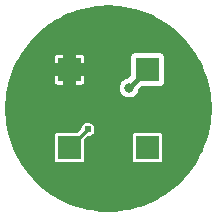
<source format=gtl>
G04 Layer: TopLayer*
G04 EasyEDA v6.5.9, 2022-08-01 17:07:35*
G04 23c15373a6e54b8c95a8ea8a02ee3ce4,9a5be75d700b4a6385dc1106f27949ae,10*
G04 Gerber Generator version 0.2*
G04 Scale: 100 percent, Rotated: No, Reflected: No *
G04 Dimensions in millimeters *
G04 leading zeros omitted , absolute positions ,4 integer and 5 decimal *
%FSLAX45Y45*%
%MOMM*%

%ADD10C,0.2200*%
%ADD11C,0.4000*%
%ADD12C,0.8000*%
%ADD13C,0.6200*%

%LPD*%
G36*
X2029256Y-823823D02*
G01*
X1988312Y-821893D01*
X1947519Y-818032D01*
X1906981Y-812292D01*
X1866696Y-804621D01*
X1826818Y-795121D01*
X1787499Y-783742D01*
X1748688Y-770483D01*
X1710537Y-755497D01*
X1673199Y-738682D01*
X1636623Y-720140D01*
X1600962Y-699922D01*
X1566316Y-678078D01*
X1532737Y-654608D01*
X1500276Y-629564D01*
X1469034Y-603046D01*
X1439062Y-575106D01*
X1410411Y-545795D01*
X1383182Y-515162D01*
X1357426Y-483260D01*
X1333195Y-450240D01*
X1310538Y-416051D01*
X1289507Y-380898D01*
X1270152Y-344779D01*
X1252524Y-307797D01*
X1236624Y-270002D01*
X1222502Y-231546D01*
X1210208Y-192430D01*
X1199794Y-152806D01*
X1191209Y-112725D01*
X1184503Y-72339D01*
X1179728Y-31597D01*
X1176883Y9245D01*
X1175918Y50292D01*
X1176883Y91033D01*
X1179728Y131876D01*
X1184554Y172567D01*
X1191260Y213004D01*
X1199845Y253085D01*
X1210310Y292709D01*
X1222603Y331825D01*
X1236726Y370281D01*
X1252626Y408025D01*
X1270304Y445008D01*
X1289659Y481126D01*
X1310690Y516280D01*
X1333398Y550418D01*
X1357630Y583488D01*
X1383385Y615340D01*
X1410614Y645972D01*
X1439265Y675284D01*
X1469237Y703224D01*
X1500530Y729742D01*
X1532991Y754735D01*
X1566570Y778205D01*
X1601266Y800049D01*
X1636877Y820267D01*
X1673453Y838758D01*
X1710842Y855573D01*
X1748993Y870559D01*
X1787753Y883767D01*
X1827174Y895146D01*
X1867001Y904646D01*
X1907286Y912266D01*
X1947875Y918057D01*
X1988667Y921867D01*
X2029612Y923798D01*
X2070557Y923798D01*
X2111502Y921867D01*
X2152294Y918006D01*
X2192883Y912266D01*
X2233168Y904595D01*
X2272995Y895096D01*
X2312365Y883716D01*
X2351176Y870508D01*
X2389276Y855471D01*
X2426665Y838657D01*
X2463241Y820166D01*
X2498902Y799947D01*
X2533548Y778052D01*
X2567127Y754583D01*
X2599588Y729589D01*
X2630830Y703072D01*
X2660853Y675132D01*
X2689453Y645820D01*
X2716682Y615188D01*
X2742438Y583336D01*
X2766669Y550265D01*
X2789377Y516128D01*
X2810408Y480974D01*
X2829763Y444855D01*
X2847390Y407873D01*
X2863291Y370078D01*
X2877413Y331622D01*
X2889707Y292506D01*
X2900172Y252882D01*
X2908757Y212801D01*
X2915412Y172415D01*
X2920238Y131673D01*
X2923082Y90830D01*
X2924048Y49834D01*
X2923082Y8788D01*
X2920238Y-32105D01*
X2915412Y-72796D01*
X2908706Y-113233D01*
X2900121Y-153263D01*
X2889656Y-192887D01*
X2877362Y-232003D01*
X2863189Y-270459D01*
X2847289Y-308254D01*
X2829610Y-345186D01*
X2810256Y-381304D01*
X2789174Y-416458D01*
X2766517Y-450596D01*
X2742285Y-483666D01*
X2716479Y-515518D01*
X2689250Y-546150D01*
X2660599Y-575411D01*
X2630627Y-603351D01*
X2599385Y-629869D01*
X2566873Y-654862D01*
X2533294Y-678332D01*
X2498598Y-700176D01*
X2462936Y-720394D01*
X2426411Y-738886D01*
X2389022Y-755650D01*
X2350871Y-770686D01*
X2312060Y-783844D01*
X2272690Y-795223D01*
X2232812Y-804722D01*
X2192578Y-812393D01*
X2151989Y-818083D01*
X2111197Y-821944D01*
X2070252Y-823823D01*
G37*

%LPC*%
G36*
X2280564Y-405993D02*
G01*
X2479395Y-405993D01*
X2485745Y-405282D01*
X2491181Y-403352D01*
X2496108Y-400304D01*
X2500172Y-396189D01*
X2503271Y-391312D01*
X2505202Y-385826D01*
X2505913Y-379526D01*
X2505913Y-180644D01*
X2505202Y-174345D01*
X2503271Y-168859D01*
X2500172Y-163982D01*
X2496108Y-159867D01*
X2491181Y-156819D01*
X2485745Y-154889D01*
X2479395Y-154178D01*
X2280564Y-154178D01*
X2274214Y-154889D01*
X2268778Y-156819D01*
X2263902Y-159867D01*
X2259787Y-163982D01*
X2256688Y-168859D01*
X2254808Y-174345D01*
X2254097Y-180644D01*
X2254097Y-379526D01*
X2254808Y-385826D01*
X2256688Y-391312D01*
X2259787Y-396189D01*
X2263902Y-400304D01*
X2268778Y-403352D01*
X2274214Y-405282D01*
G37*
G36*
X1620570Y-405993D02*
G01*
X1819402Y-405993D01*
X1825752Y-405282D01*
X1831187Y-403352D01*
X1836115Y-400304D01*
X1840179Y-396189D01*
X1843278Y-391312D01*
X1845208Y-385826D01*
X1845919Y-379526D01*
X1845919Y-210515D01*
X1846681Y-206603D01*
X1848866Y-203301D01*
X1867509Y-184708D01*
X1871014Y-182422D01*
X1875129Y-181711D01*
X1877415Y-181813D01*
X1886966Y-180594D01*
X1896211Y-177749D01*
X1904796Y-173431D01*
X1912569Y-167690D01*
X1919224Y-160731D01*
X1924659Y-152755D01*
X1928622Y-143967D01*
X1931060Y-134620D01*
X1931873Y-125018D01*
X1931060Y-115366D01*
X1928622Y-106070D01*
X1924659Y-97282D01*
X1919224Y-89255D01*
X1912569Y-82296D01*
X1904796Y-76555D01*
X1896211Y-72237D01*
X1886966Y-69392D01*
X1877415Y-68173D01*
X1867763Y-68580D01*
X1858365Y-70612D01*
X1849374Y-74218D01*
X1841195Y-79298D01*
X1833930Y-85648D01*
X1827885Y-93167D01*
X1823161Y-101549D01*
X1819960Y-110693D01*
X1818335Y-120192D01*
X1818335Y-125272D01*
X1817573Y-129133D01*
X1815338Y-132435D01*
X1796592Y-151180D01*
X1793290Y-153416D01*
X1789430Y-154178D01*
X1620570Y-154178D01*
X1614220Y-154889D01*
X1608785Y-156819D01*
X1603857Y-159867D01*
X1599793Y-163982D01*
X1596694Y-168859D01*
X1594815Y-174345D01*
X1594104Y-180644D01*
X1594104Y-379526D01*
X1594815Y-385826D01*
X1596694Y-391312D01*
X1599793Y-396189D01*
X1603857Y-400304D01*
X1608785Y-403352D01*
X1614220Y-405282D01*
G37*
G36*
X2218994Y144729D02*
G01*
X2231034Y144729D01*
X2242921Y146558D01*
X2254402Y150063D01*
X2265222Y155295D01*
X2275179Y162102D01*
X2283968Y170281D01*
X2291486Y179679D01*
X2297531Y190093D01*
X2301900Y201269D01*
X2304592Y213004D01*
X2304796Y215747D01*
X2305659Y219202D01*
X2307742Y222148D01*
X2322017Y236423D01*
X2325319Y238658D01*
X2329180Y239420D01*
X2479497Y239420D01*
X2487879Y240233D01*
X2495448Y242519D01*
X2502458Y246278D01*
X2508605Y251307D01*
X2513634Y257454D01*
X2517394Y264414D01*
X2519680Y272034D01*
X2520492Y280416D01*
X2520492Y479399D01*
X2519680Y487832D01*
X2517394Y495401D01*
X2513634Y502412D01*
X2508605Y508508D01*
X2502458Y513537D01*
X2495448Y517296D01*
X2487879Y519582D01*
X2479497Y520446D01*
X2280513Y520446D01*
X2272080Y519582D01*
X2264511Y517296D01*
X2257501Y513537D01*
X2251405Y508508D01*
X2246325Y502412D01*
X2242616Y495401D01*
X2240330Y487832D01*
X2239467Y479399D01*
X2239467Y329285D01*
X2238705Y325374D01*
X2236520Y322072D01*
X2222144Y307746D01*
X2219553Y305866D01*
X2216505Y304901D01*
X2207107Y303479D01*
X2195576Y299923D01*
X2184755Y294690D01*
X2174798Y287934D01*
X2166010Y279755D01*
X2158492Y270357D01*
X2152497Y259943D01*
X2148078Y248716D01*
X2145436Y236982D01*
X2144522Y224993D01*
X2145436Y213004D01*
X2148078Y201269D01*
X2152497Y190093D01*
X2158492Y179679D01*
X2166010Y170281D01*
X2174798Y162102D01*
X2184755Y155295D01*
X2195576Y150063D01*
X2207107Y146558D01*
G37*
G36*
X1776323Y254000D02*
G01*
X1819402Y254000D01*
X1825752Y254711D01*
X1831187Y256641D01*
X1836115Y259740D01*
X1840179Y263804D01*
X1843278Y268732D01*
X1845208Y274167D01*
X1845919Y280466D01*
X1845919Y323545D01*
X1776323Y323545D01*
G37*
G36*
X1620570Y254000D02*
G01*
X1663649Y254000D01*
X1663649Y323545D01*
X1594104Y323545D01*
X1594104Y280466D01*
X1594815Y274167D01*
X1596694Y268732D01*
X1599793Y263804D01*
X1603857Y259740D01*
X1608785Y256641D01*
X1614220Y254711D01*
G37*
G36*
X1776323Y436270D02*
G01*
X1845919Y436270D01*
X1845919Y479348D01*
X1845208Y485648D01*
X1843278Y491134D01*
X1840179Y496011D01*
X1836115Y500126D01*
X1831187Y503224D01*
X1825752Y505104D01*
X1819402Y505815D01*
X1776323Y505815D01*
G37*
G36*
X1594104Y436270D02*
G01*
X1663649Y436270D01*
X1663649Y505815D01*
X1620570Y505815D01*
X1614220Y505104D01*
X1608785Y503224D01*
X1603857Y500126D01*
X1599793Y496011D01*
X1596694Y491134D01*
X1594815Y485648D01*
X1594104Y479348D01*
G37*

%LPD*%
D10*
X1875002Y-124993D02*
G01*
X1699996Y-299999D01*
X1699996Y-300075D01*
D11*
X2224989Y224993D02*
G01*
X2399921Y399925D01*
X2399995Y399925D01*
G36*
X1619999Y-180073D02*
G01*
X1819998Y-180073D01*
X1819998Y-380072D01*
X1619999Y-380072D01*
G37*
G36*
X2279997Y-180073D02*
G01*
X2479997Y-180073D01*
X2479997Y-380072D01*
X2279997Y-380072D01*
G37*
G36*
X2279997Y479925D02*
G01*
X2479997Y479925D01*
X2479997Y279925D01*
X2279997Y279925D01*
G37*
G36*
X1619999Y479925D02*
G01*
X1819998Y479925D01*
X1819998Y279925D01*
X1619999Y279925D01*
G37*
D12*
G01*
X2224996Y225000D03*
D13*
G01*
X1874997Y-124998D03*
D12*
G01*
X1924997Y49999D03*
G01*
X2174996Y49999D03*
M02*

</source>
